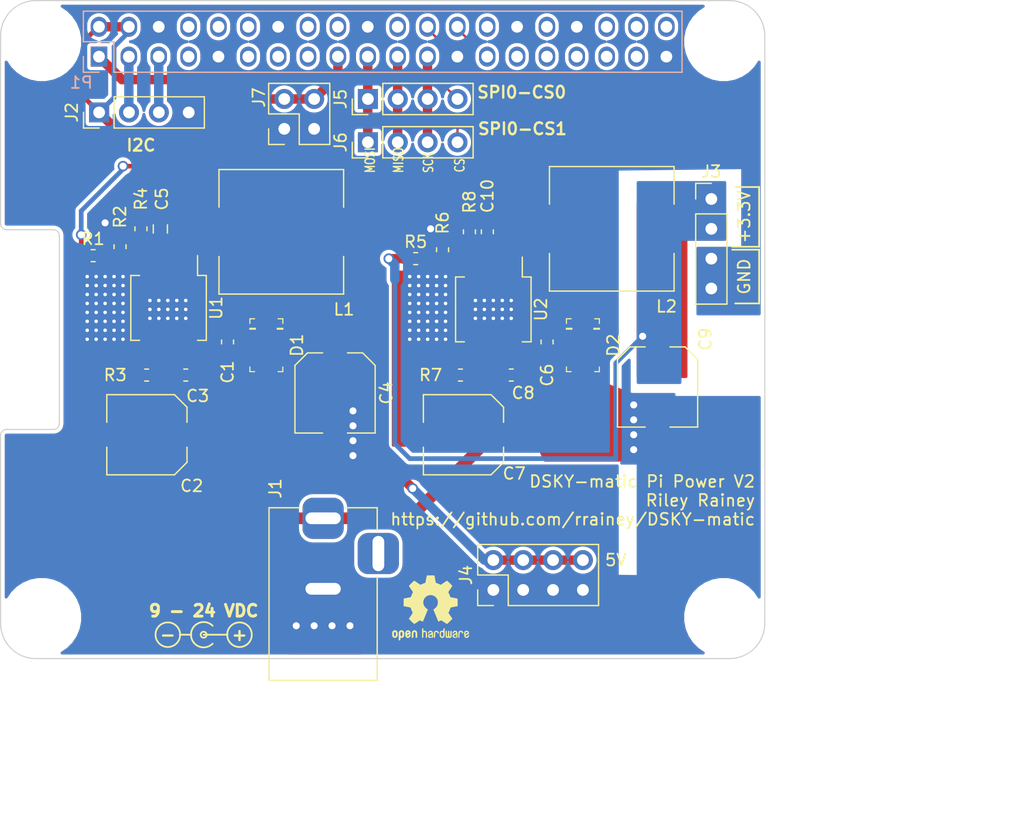
<source format=kicad_pcb>
(kicad_pcb (version 20171130) (host pcbnew "(5.1.6-0-10_14)")
  (title_block (date 2021-10-09) (rev V2))
  (layers (0 F.Cu signal hide) (31 B.Cu signal hide) (34 B.Paste user) (35 F.Paste user) (36 B.SilkS user) (37 F.SilkS user) (38 B.Mask user) (39 F.Mask user) (44 Edge.Cuts user))
  (net 0 "")
  (net 1 +3V3)
  (net 2 +5V)
  (net 3 GND)
  (net 4 "/GPIO2(SDA1)")
  (net 5 "/GPIO3(SCL1)")
  (net 6 "/GPIO10(SPI0_MOSI)")
  (net 7 "/GPIO9(SPI0_MISO)")
  (net 8 "/GPIO11(SPI0_SCK)")
  (net 9 "Net-(C1-Pad1)")
  (net 10 /SPI0_CE_0)
  (net 11 /SPI0_CE_1)
  (net 12 /+3.3V_SUPP)
  (net 13 "Net-(C1-Pad2)")
  (net 14 "Net-(C2-Pad1)")
  (net 15 "Net-(C5-Pad2)")
  (net 16 "Net-(C5-Pad1)")
  (net 17 "Net-(C6-Pad2)")
  (net 18 "Net-(C6-Pad1)")
  (net 19 "Net-(C10-Pad2)")
  (net 20 "Net-(C10-Pad1)")
  (net 21 "Net-(R1-Pad2)")
  (net 22 "Net-(R3-Pad1)")
  (net 23 "Net-(R5-Pad2)")
  (net 24 "Net-(R7-Pad1)")
  (module Connectors:BARREL_JACK (layer F.Cu) (at 227.432 138.062 90)
    (fp_text reference J1 (at 2.54 -4.064 270) (layer F.SilkS))
    (fp_text value Barrel_Jack_Switch)
    (pad 3 thru_hole roundrect (at -3 4.7 90) (size 3.5 3.5) (drill oval 3 1) (layers *.Cu *.Mask))
    (pad 2 thru_hole roundrect (at -6 0 90) (size 3.5 3.5) (drill oval 1 3) (layers *.Cu *.Mask) (net 3 GND))
    (pad 1 thru_hole roundrect (at 0 0 90) (size 3.5 3.5) (drill oval 1 3) (layers *.Cu *.Mask) (net 14 "Net-(C2-Pad1)"))
  )
  (module Symbol:OSHW-Logo2_7.3x6mm_SilkScreen (layer F.Cu) (at 236.576 145.682)
    (fp_text reference REF** hide)
    (fp_text value OSHW-Logo2_7.3x6mm_SilkScreen hide)
  )
  (module Connector_PinHeader_2.54mm:PinHeader_1x04_P2.54mm_Vertical (layer F.Cu) (at 260.452 110.884)
    (fp_text reference J3 (at 0 -2.33) (layer F.SilkS))
    (fp_text value Conn_01x04)
    (pad 4 thru_hole oval (at 0 7.62) (size 1.7 1.7) (drill 1) (layers *.Cu *.Mask) (net 3 GND))
    (pad 3 thru_hole oval (at 0 5.08) (size 1.7 1.7) (drill 1) (layers *.Cu *.Mask) (net 3 GND))
    (pad 2 thru_hole oval (at 0 2.54) (size 1.7 1.7) (drill 1) (layers *.Cu *.Mask) (net 12 /+3.3V_SUPP))
    (pad 1 thru_hole rect (at 0 0) (size 1.7 1.7) (drill 1) (layers *.Cu *.Mask) (net 12 /+3.3V_SUPP))
  )
  (module Connector_PinHeader_2.54mm:PinHeader_1x04_P2.54mm_Vertical (layer F.Cu) (at 208.382 103.518 90)
    (fp_text reference J2 (at 0 -2.33 90) (layer F.SilkS))
    (fp_text value Conn_01x04)
    (pad 4 thru_hole oval (at 0 7.62 90) (size 1.7 1.7) (drill 1) (layers *.Cu *.Mask) (net 3 GND))
    (pad 3 thru_hole oval (at 0 5.08 90) (size 1.7 1.7) (drill 1) (layers *.Cu *.Mask) (net 5 "/GPIO3(SCL1)"))
    (pad 2 thru_hole oval (at 0 2.54 90) (size 1.7 1.7) (drill 1) (layers *.Cu *.Mask) (net 4 "/GPIO2(SDA1)"))
    (pad 1 thru_hole rect (at 0 0 90) (size 1.7 1.7) (drill 1) (layers *.Cu *.Mask) (net 2 +5V))
  )
  (module Resistor_SMD:R_0603_1608Metric (layer F.Cu) (at 239.878 113.678 270)
    (fp_text reference R8 (at -2.54 0 90) (layer F.SilkS))
    (fp_text value 68.1k)
    (pad 2 smd roundrect (at 0.7875 0 270) (size 0.875 0.95) (layers F.Cu F.Paste F.Mask) (net 3 GND))
    (pad 1 smd roundrect (at -0.7875 0 270) (size 0.875 0.95) (layers F.Cu F.Paste F.Mask) (net 19 "Net-(C10-Pad2)"))
  )
  (module Capacitor_SMD:C_0603_1608Metric (layer F.Cu) (at 241.402 113.678 90)
    (fp_text reference C10 (at 3.048 0 90) (layer F.SilkS))
    (fp_text value 220pF)
    (pad 2 smd roundrect (at 0.7875 0 90) (size 0.875 0.95) (layers F.Cu F.Paste F.Mask) (net 19 "Net-(C10-Pad2)"))
    (pad 1 smd roundrect (at -0.7875 0 90) (size 0.875 0.95) (layers F.Cu F.Paste F.Mask) (net 20 "Net-(C10-Pad1)"))
  )
  (module Package_SO:SO-8_5.3x6.2mm_P1.27mm (layer F.Cu) (at 241.91 120.282 270)
    (fp_text reference U2 (at 0 -4.05 90) (layer F.SilkS))
    (fp_text value MP1584)
    (pad 8 smd roundrect (at 3.5 -1.905 270) (size 1.9 0.6) (layers F.Cu F.Paste F.Mask) (net 17 "Net-(C6-Pad2)"))
    (pad 7 smd roundrect (at 3.5 -0.635 270) (size 1.9 0.6) (layers F.Cu F.Paste F.Mask) (net 14 "Net-(C2-Pad1)"))
    (pad 6 smd roundrect (at 3.5 0.635 270) (size 1.9 0.6) (layers F.Cu F.Paste F.Mask) (net 24 "Net-(R7-Pad1)"))
    (pad 5 smd roundrect (at 3.5 1.905 270) (size 1.9 0.6) (layers F.Cu F.Paste F.Mask) (net 3 GND))
    (pad 4 smd roundrect (at -3.5 1.905 270) (size 1.9 0.6) (layers F.Cu F.Paste F.Mask) (net 23 "Net-(R5-Pad2)"))
    (pad 3 smd roundrect (at -3.5 0.635 270) (size 1.9 0.6) (layers F.Cu F.Paste F.Mask) (net 20 "Net-(C10-Pad1)"))
    (pad 2 smd roundrect (at -3.5 -0.635 270) (size 1.9 0.6) (layers F.Cu F.Paste F.Mask))
    (pad 1 smd roundrect (at -3.5 -1.905 270) (size 1.9 0.6) (layers F.Cu F.Paste F.Mask) (net 18 "Net-(C6-Pad1)"))
  )
  (module Package_SO:SO-8_5.3x6.2mm_P1.27mm (layer F.Cu) (at 214.2875 120.155 270)
    (fp_text reference U1 (at 0 -4.05 90) (layer F.SilkS))
    (fp_text value MP1584)
    (pad 8 smd roundrect (at 3.5 -1.905 270) (size 1.9 0.6) (layers F.Cu F.Paste F.Mask) (net 13 "Net-(C1-Pad2)"))
    (pad 7 smd roundrect (at 3.5 -0.635 270) (size 1.9 0.6) (layers F.Cu F.Paste F.Mask) (net 14 "Net-(C2-Pad1)"))
    (pad 6 smd roundrect (at 3.5 0.635 270) (size 1.9 0.6) (layers F.Cu F.Paste F.Mask) (net 22 "Net-(R3-Pad1)"))
    (pad 5 smd roundrect (at 3.5 1.905 270) (size 1.9 0.6) (layers F.Cu F.Paste F.Mask) (net 3 GND))
    (pad 4 smd roundrect (at -3.5 1.905 270) (size 1.9 0.6) (layers F.Cu F.Paste F.Mask) (net 21 "Net-(R1-Pad2)"))
    (pad 3 smd roundrect (at -3.5 0.635 270) (size 1.9 0.6) (layers F.Cu F.Paste F.Mask) (net 16 "Net-(C5-Pad1)"))
    (pad 2 smd roundrect (at -3.5 -0.635 270) (size 1.9 0.6) (layers F.Cu F.Paste F.Mask))
    (pad 1 smd roundrect (at -3.5 -1.905 270) (size 1.9 0.6) (layers F.Cu F.Paste F.Mask) (net 9 "Net-(C1-Pad1)"))
  )
  (module Resistor_SMD:R_0603_1608Metric (layer F.Cu) (at 235.306 115.964)
    (fp_text reference R5 (at 0 -1.43) (layer F.SilkS))
    (fp_text value 124K)
    (pad 2 smd roundrect (at 0.7875 0) (size 0.875 0.95) (layers F.Cu F.Paste F.Mask) (net 23 "Net-(R5-Pad2)"))
    (pad 1 smd roundrect (at -0.7875 0) (size 0.875 0.95) (layers F.Cu F.Paste F.Mask) (net 12 /+3.3V_SUPP))
  )
  (module Resistor_SMD:R_0603_1608Metric (layer F.Cu) (at 237.592 115.202 90)
    (fp_text reference R6 (at 2.286 0 90) (layer F.SilkS))
    (fp_text value 40.2k)
    (pad 2 smd roundrect (at 0.7875 0 90) (size 0.875 0.95) (layers F.Cu F.Paste F.Mask) (net 3 GND))
    (pad 1 smd roundrect (at -0.7875 0 90) (size 0.875 0.95) (layers F.Cu F.Paste F.Mask) (net 23 "Net-(R5-Pad2)"))
  )
  (module Resistor_SMD:R_0603_1608Metric (layer F.Cu) (at 239.116 125.87 180)
    (fp_text reference R7 (at 2.54 0) (layer F.SilkS))
    (fp_text value 200k)
    (pad 2 smd roundrect (at 0.7875 0 180) (size 0.875 0.95) (layers F.Cu F.Paste F.Mask) (net 3 GND))
    (pad 1 smd roundrect (at -0.7875 0 180) (size 0.875 0.95) (layers F.Cu F.Paste F.Mask) (net 24 "Net-(R7-Pad1)"))
  )
  (module Resistor_SMD:R_0603_1608Metric (layer F.Cu) (at 207.874 115.71)
    (fp_text reference R1 (at 0 -1.43) (layer F.SilkS))
    (fp_text value 210k)
    (pad 2 smd roundrect (at 0.7875 0) (size 0.875 0.95) (layers F.Cu F.Paste F.Mask) (net 21 "Net-(R1-Pad2)"))
    (pad 1 smd roundrect (at -0.7875 0) (size 0.875 0.95) (layers F.Cu F.Paste F.Mask) (net 2 +5V))
  )
  (module Resistor_SMD:R_0603_1608Metric (layer F.Cu) (at 211.938 113.424 270)
    (fp_text reference R4 (at -2.54 0 90) (layer F.SilkS))
    (fp_text value 100k)
    (pad 2 smd roundrect (at 0.7875 0 270) (size 0.875 0.95) (layers F.Cu F.Paste F.Mask) (net 3 GND))
    (pad 1 smd roundrect (at -0.7875 0 270) (size 0.875 0.95) (layers F.Cu F.Paste F.Mask) (net 15 "Net-(C5-Pad2)"))
  )
  (module Resistor_SMD:R_0603_1608Metric (layer F.Cu) (at 210.16 114.948 90)
    (fp_text reference R2 (at 2.54 0 90) (layer F.SilkS))
    (fp_text value 40.2k)
    (pad 2 smd roundrect (at 0.7875 0 90) (size 0.875 0.95) (layers F.Cu F.Paste F.Mask) (net 3 GND))
    (pad 1 smd roundrect (at -0.7875 0 90) (size 0.875 0.95) (layers F.Cu F.Paste F.Mask) (net 21 "Net-(R1-Pad2)"))
  )
  (module Resistor_SMD:R_0603_1608Metric (layer F.Cu) (at 212.4205 125.87 180)
    (fp_text reference R3 (at 2.667 0) (layer F.SilkS))
    (fp_text value 100k)
    (pad 2 smd roundrect (at 0.7875 0 180) (size 0.875 0.95) (layers F.Cu F.Paste F.Mask) (net 3 GND))
    (pad 1 smd roundrect (at -0.7875 0 180) (size 0.875 0.95) (layers F.Cu F.Paste F.Mask) (net 22 "Net-(R3-Pad1)"))
  )
  (module Inductor_SMD:L_10.4x10.4_H4.8 (layer F.Cu) (at 251.984 113.424 180)
    (fp_text reference L2 (at -4.658 -6.604) (layer F.SilkS))
    (fp_text value 10uH)
    (pad 2 smd rect (at 4.15 0 180) (size 2.7 3.6) (layers F.Cu F.Paste F.Mask) (net 18 "Net-(C6-Pad1)"))
    (pad 1 smd rect (at -4.15 0 180) (size 2.7 3.6) (layers F.Cu F.Paste F.Mask) (net 12 /+3.3V_SUPP))
  )
  (module Inductor_SMD:L_10.4x10.4_H4.8 (layer F.Cu) (at 223.876 113.678 180)
    (fp_text reference L1 (at -5.334 -6.604) (layer F.SilkS))
    (fp_text value 22uH)
    (pad 2 smd rect (at 4.15 0 180) (size 2.7 3.6) (layers F.Cu F.Paste F.Mask) (net 9 "Net-(C1-Pad1)"))
    (pad 1 smd rect (at -4.15 0 180) (size 2.7 3.6) (layers F.Cu F.Paste F.Mask) (net 2 +5V))
  )
  (module digikey-footprints:DO-214AC (layer F.Cu) (at 249.53 123.33 270)
    (fp_text reference D2 (at 0 -2.6 90) (layer F.SilkS))
    (fp_text value D_Schottky)
    (pad K smd rect (at -2 0 270) (size 2.5 1.7) (layers F.Cu F.Paste F.Mask) (net 18 "Net-(C6-Pad1)"))
    (pad A smd rect (at 2 0 270) (size 2.5 1.7) (layers F.Cu F.Paste F.Mask) (net 3 GND))
  )
  (module digikey-footprints:DO-214AC (layer F.Cu) (at 222.606 123.33 270)
    (fp_text reference D1 (at 0 -2.6 90) (layer F.SilkS))
    (fp_text value D_Schottky)
    (pad K smd rect (at -2 0 270) (size 2.5 1.7) (layers F.Cu F.Paste F.Mask) (net 9 "Net-(C1-Pad1)"))
    (pad A smd rect (at 2 0 270) (size 2.5 1.7) (layers F.Cu F.Paste F.Mask) (net 3 GND))
  )
  (module Capacitor_SMD:C_Elec_6.3x5.8 (layer F.Cu) (at 255.88 126.886 270)
    (fp_text reference C9 (at -4.064 -4.064 90) (layer F.SilkS))
    (fp_text value 22uF)
    (pad 2 smd roundrect (at 2.5375 0 270) (size 3.325 1.6) (layers F.Cu F.Paste F.Mask) (roundrect_rratio 0.15625) (net 3 GND))
    (pad 1 smd roundrect (at -2.5375 0 270) (size 3.325 1.6) (layers F.Cu F.Paste F.Mask) (roundrect_rratio 0.15625) (net 12 /+3.3V_SUPP))
  )
  (module Capacitor_SMD:C_0603_1608Metric (layer F.Cu) (at 246.482 123.0505 270)
    (fp_text reference C6 (at 2.8195 0 90) (layer F.SilkS))
    (fp_text value 100nF)
    (pad 2 smd roundrect (at 0.7875 0 270) (size 0.875 0.95) (layers F.Cu F.Paste F.Mask) (net 17 "Net-(C6-Pad2)"))
    (pad 1 smd roundrect (at -0.7875 0 270) (size 0.875 0.95) (layers F.Cu F.Paste F.Mask) (net 18 "Net-(C6-Pad1)"))
  )
  (module Capacitor_SMD:C_0603_1608Metric (layer F.Cu) (at 243.434 125.87)
    (fp_text reference C8 (at 1.016 1.524) (layer F.SilkS))
    (fp_text value 100nF)
    (pad 2 smd roundrect (at 0.7875 0) (size 0.875 0.95) (layers F.Cu F.Paste F.Mask) (net 3 GND))
    (pad 1 smd roundrect (at -0.7875 0) (size 0.875 0.95) (layers F.Cu F.Paste F.Mask) (net 14 "Net-(C2-Pad1)"))
  )
  (module Capacitor_SMD:C_Elec_6.3x5.8 (layer F.Cu) (at 239.37 130.95 180)
    (fp_text reference C7 (at -4.318 -3.302) (layer F.SilkS))
    (fp_text value 10uF)
    (pad 2 smd roundrect (at 2.5375 0 180) (size 3.325 1.6) (layers F.Cu F.Paste F.Mask) (roundrect_rratio 0.15625) (net 3 GND))
    (pad 1 smd roundrect (at -2.5375 0 180) (size 3.325 1.6) (layers F.Cu F.Paste F.Mask) (roundrect_rratio 0.15625) (net 14 "Net-(C2-Pad1)"))
  )
  (module Capacitor_SMD:C_Elec_6.3x5.8 (layer F.Cu) (at 228.448 127.394 270)
    (fp_text reference C4 (at 0 -4.35 90) (layer F.SilkS))
    (fp_text value 22uF)
    (pad 2 smd roundrect (at 2.5375 0 270) (size 3.325 1.6) (layers F.Cu F.Paste F.Mask) (roundrect_rratio 0.15625) (net 3 GND))
    (pad 1 smd roundrect (at -2.5375 0 270) (size 3.325 1.6) (layers F.Cu F.Paste F.Mask) (roundrect_rratio 0.15625) (net 2 +5V))
  )
  (module Capacitor_SMD:C_0603_1608Metric (layer F.Cu) (at 219.304 123.0505 270)
    (fp_text reference C1 (at 2.5655 0 90) (layer F.SilkS))
    (fp_text value 100nF)
    (pad 2 smd roundrect (at 0.7875 0 270) (size 0.875 0.95) (layers F.Cu F.Paste F.Mask) (net 13 "Net-(C1-Pad2)"))
    (pad 1 smd roundrect (at -0.7875 0 270) (size 0.875 0.95) (layers F.Cu F.Paste F.Mask) (net 9 "Net-(C1-Pad1)"))
  )
  (module Capacitor_SMD:C_0603_1608Metric (layer F.Cu) (at 215.748 125.87)
    (fp_text reference C3 (at 1.016 1.778) (layer F.SilkS))
    (fp_text value 100nF)
    (pad 2 smd roundrect (at 0.7875 0) (size 0.875 0.95) (layers F.Cu F.Paste F.Mask) (net 3 GND))
    (pad 1 smd roundrect (at -0.7875 0) (size 0.875 0.95) (layers F.Cu F.Paste F.Mask) (net 14 "Net-(C2-Pad1)"))
  )
  (module Capacitor_SMD:C_Elec_6.3x5.8 (layer F.Cu) (at 212.446 130.95 180)
    (fp_text reference C2 (at -3.81 -4.35) (layer F.SilkS))
    (fp_text value 10uF)
    (pad 2 smd roundrect (at 2.5375 0 180) (size 3.325 1.6) (layers F.Cu F.Paste F.Mask) (roundrect_rratio 0.15625) (net 3 GND))
    (pad 1 smd roundrect (at -2.5375 0 180) (size 3.325 1.6) (layers F.Cu F.Paste F.Mask) (roundrect_rratio 0.15625) (net 14 "Net-(C2-Pad1)"))
  )
  (module Connector_PinSocket_2.54mm:PinSocket_2x20_P2.54mm_Vertical (layer B.Cu) (at 208.37 98.77 270)
    (fp_text reference P1 (at 2.208 1.512) (layer B.SilkS) (effects (justify mirror)))
    (fp_text value Conn_02x20_Odd_Even)
    (pad 1 thru_hole rect (at 0 0 270) (size 1.7 1.4) (drill 1) (layers *.Cu *.Mask) (net 1 +3V3))
    (pad 2 thru_hole oval (at -2.54 0 270) (size 1.7 1.4) (drill 1) (layers *.Cu *.Mask) (net 2 +5V))
    (pad 3 thru_hole oval (at 0 -2.54 270) (size 1.7 1.4) (drill 1) (layers *.Cu *.Mask) (net 4 "/GPIO2(SDA1)"))
    (pad 4 thru_hole oval (at -2.54 -2.54 270) (size 1.7 1.4) (drill 1) (layers *.Cu *.Mask) (net 2 +5V))
    (pad 5 thru_hole oval (at 0 -5.08 270) (size 1.7 1.4) (drill 1) (layers *.Cu *.Mask) (net 5 "/GPIO3(SCL1)"))
    (pad 6 thru_hole oval (at -2.54 -5.08 270) (size 1.7 1.4) (drill 1) (layers *.Cu *.Mask) (net 3 GND))
    (pad 7 thru_hole oval (at 0 -7.62 270) (size 1.7 1.4) (drill 1) (layers *.Cu *.Mask))
    (pad 8 thru_hole oval (at -2.54 -7.62 270) (size 1.7 1.4) (drill 1) (layers *.Cu *.Mask))
    (pad 9 thru_hole oval (at 0 -10.16 270) (size 1.7 1.4) (drill 1) (layers *.Cu *.Mask) (net 3 GND))
    (pad 10 thru_hole oval (at -2.54 -10.16 270) (size 1.7 1.4) (drill 1) (layers *.Cu *.Mask))
    (pad 11 thru_hole oval (at 0 -12.7 270) (size 1.7 1.4) (drill 1) (layers *.Cu *.Mask))
    (pad 12 thru_hole oval (at -2.54 -12.7 270) (size 1.7 1.4) (drill 1) (layers *.Cu *.Mask))
    (pad 13 thru_hole oval (at 0 -15.24 270) (size 1.7 1.4) (drill 1) (layers *.Cu *.Mask))
    (pad 14 thru_hole oval (at -2.54 -15.24 270) (size 1.7 1.4) (drill 1) (layers *.Cu *.Mask) (net 3 GND))
    (pad 15 thru_hole oval (at 0 -17.78 270) (size 1.7 1.4) (drill 1) (layers *.Cu *.Mask))
    (pad 16 thru_hole oval (at -2.54 -17.78 270) (size 1.7 1.4) (drill 1) (layers *.Cu *.Mask))
    (pad 17 thru_hole oval (at 0 -20.32 270) (size 1.7 1.4) (drill 1) (layers *.Cu *.Mask) (net 1 +3V3))
    (pad 18 thru_hole oval (at -2.54 -20.32 270) (size 1.7 1.4) (drill 1) (layers *.Cu *.Mask))
    (pad 19 thru_hole oval (at 0 -22.86 270) (size 1.7 1.4) (drill 1) (layers *.Cu *.Mask) (net 6 "/GPIO10(SPI0_MOSI)"))
    (pad 20 thru_hole oval (at -2.54 -22.86 270) (size 1.7 1.4) (drill 1) (layers *.Cu *.Mask) (net 3 GND))
    (pad 21 thru_hole oval (at 0 -25.4 270) (size 1.7 1.4) (drill 1) (layers *.Cu *.Mask) (net 7 "/GPIO9(SPI0_MISO)"))
    (pad 22 thru_hole oval (at -2.54 -25.4 270) (size 1.7 1.4) (drill 1) (layers *.Cu *.Mask))
    (pad 23 thru_hole oval (at 0 -27.94 270) (size 1.7 1.4) (drill 1) (layers *.Cu *.Mask) (net 8 "/GPIO11(SPI0_SCK)"))
    (pad 24 thru_hole oval (at -2.54 -27.94 270) (size 1.7 1.4) (drill 1) (layers *.Cu *.Mask) (net 10 /SPI0_CE_0))
    (pad 25 thru_hole oval (at 0 -30.48 270) (size 1.7 1.4) (drill 1) (layers *.Cu *.Mask) (net 3 GND))
    (pad 26 thru_hole oval (at -2.54 -30.48 270) (size 1.7 1.4) (drill 1) (layers *.Cu *.Mask) (net 11 /SPI0_CE_1))
    (pad 27 thru_hole oval (at 0 -33.02 270) (size 1.7 1.4) (drill 1) (layers *.Cu *.Mask))
    (pad 28 thru_hole oval (at -2.54 -33.02 270) (size 1.7 1.4) (drill 1) (layers *.Cu *.Mask))
    (pad 29 thru_hole oval (at 0 -35.56 270) (size 1.7 1.4) (drill 1) (layers *.Cu *.Mask))
    (pad 30 thru_hole oval (at -2.54 -35.56 270) (size 1.7 1.4) (drill 1) (layers *.Cu *.Mask) (net 3 GND))
    (pad 31 thru_hole oval (at 0 -38.1 270) (size 1.7 1.4) (drill 1) (layers *.Cu *.Mask))
    (pad 32 thru_hole oval (at -2.54 -38.1 270) (size 1.7 1.4) (drill 1) (layers *.Cu *.Mask))
    (pad 33 thru_hole oval (at 0 -40.64 270) (size 1.7 1.4) (drill 1) (layers *.Cu *.Mask))
    (pad 34 thru_hole oval (at -2.54 -40.64 270) (size 1.7 1.4) (drill 1) (layers *.Cu *.Mask) (net 3 GND))
    (pad 35 thru_hole oval (at 0 -43.18 270) (size 1.7 1.4) (drill 1) (layers *.Cu *.Mask))
    (pad 36 thru_hole oval (at -2.54 -43.18 270) (size 1.7 1.4) (drill 1) (layers *.Cu *.Mask))
    (pad 37 thru_hole oval (at 0 -45.72 270) (size 1.7 1.4) (drill 1) (layers *.Cu *.Mask))
    (pad 38 thru_hole oval (at -2.54 -45.72 270) (size 1.7 1.4) (drill 1) (layers *.Cu *.Mask))
    (pad 39 thru_hole oval (at 0 -48.26 270) (size 1.7 1.4) (drill 1) (layers *.Cu *.Mask) (net 3 GND))
    (pad 40 thru_hole oval (at -2.54 -48.26 270) (size 1.7 1.4) (drill 1) (layers *.Cu *.Mask))
  )
  (module MountingHole:MountingHole_2.7mm_M2.5 (layer F.Cu) (at 261.5 146.5)
    (fp_text reference MK4 hide)
    (fp_text value M2.5)
    (pad 1 np_thru_hole circle (at 0 0) (size 2.7 2.7) (drill 2.7) (layers *.Cu *.Mask))
  )
  (module MountingHole:MountingHole_2.7mm_M2.5 (layer F.Cu) (at 203.5 146.5)
    (fp_text reference MK2 hide)
    (fp_text value M2.5)
    (pad 1 np_thru_hole circle (at 0 0) (size 2.7 2.7) (drill 2.7) (layers *.Cu *.Mask))
  )
  (module MountingHole:MountingHole_2.7mm_M2.5 (layer F.Cu) (at 261.5 97.5 180)
    (fp_text reference MK3 hide)
    (fp_text value M2.5)
    (pad 1 np_thru_hole circle (at 0 0 180) (size 2.7 2.7) (drill 2.7) (layers *.Cu *.Mask))
  )
  (module MountingHole:MountingHole_2.7mm_M2.5 (layer F.Cu) (at 203.5 97.5 180)
    (fp_text reference MK1 hide)
    (fp_text value M2.5)
    (pad 1 np_thru_hole circle (at 0 0 180) (size 2.7 2.7) (drill 2.7) (layers *.Cu *.Mask))
  )
  (module Capacitors_SMD:C_0603 (layer F.Cu) (at 213.589 113.436 90)
    (fp_text reference C5 (at 2.552 0.127 90) (layer F.SilkS))
    (fp_text value 150pF)
    (pad 2 smd rect (at 0.75 0 90) (size 0.8 0.75) (layers F.Cu F.Paste F.Mask) (net 15 "Net-(C5-Pad2)"))
    (pad 1 smd rect (at -0.75 0 90) (size 0.8 0.75) (layers F.Cu F.Paste F.Mask) (net 16 "Net-(C5-Pad1)"))
  )
  (module Pin_Headers:Pin_Header_Straight_2x04_Pitch2.54mm (layer F.Cu) (at 241.91 144.158 90)
    (fp_text reference J4 (at 1.27 -2.33 90) (layer F.SilkS))
    (fp_text value Conn_02x04_Odd_Even)
    (pad 8 thru_hole oval (at 2.54 7.62 90) (size 1.7 1.7) (drill 1) (layers *.Cu *.Mask) (net 2 +5V))
    (pad 7 thru_hole oval (at 0 7.62 90) (size 1.7 1.7) (drill 1) (layers *.Cu *.Mask) (net 3 GND))
    (pad 6 thru_hole oval (at 2.54 5.08 90) (size 1.7 1.7) (drill 1) (layers *.Cu *.Mask) (net 2 +5V))
    (pad 5 thru_hole oval (at 0 5.08 90) (size 1.7 1.7) (drill 1) (layers *.Cu *.Mask) (net 3 GND))
    (pad 4 thru_hole oval (at 2.54 2.54 90) (size 1.7 1.7) (drill 1) (layers *.Cu *.Mask) (net 2 +5V))
    (pad 3 thru_hole oval (at 0 2.54 90) (size 1.7 1.7) (drill 1) (layers *.Cu *.Mask) (net 3 GND))
    (pad 2 thru_hole oval (at 2.54 0 90) (size 1.7 1.7) (drill 1) (layers *.Cu *.Mask) (net 2 +5V))
    (pad 1 thru_hole rect (at 0 0 90) (size 1.7 1.7) (drill 1) (layers *.Cu *.Mask) (net 3 GND))
  )
  (module Pin_Headers:Pin_Header_Straight_1x04_Pitch2.54mm (layer F.Cu) (at 231.242 102.375 90)
    (fp_text reference J5 (at 0 -2.33 90) (layer F.SilkS))
    (fp_text value Conn_01x04)
    (pad 1 thru_hole rect (at 0 0 90) (size 1.7 1.7) (drill 1) (layers *.Cu *.Mask) (net 6 "/GPIO10(SPI0_MOSI)"))
    (pad 2 thru_hole oval (at 0 2.54 90) (size 1.7 1.7) (drill 1) (layers *.Cu *.Mask) (net 7 "/GPIO9(SPI0_MISO)"))
    (pad 3 thru_hole oval (at 0 5.08 90) (size 1.7 1.7) (drill 1) (layers *.Cu *.Mask) (net 8 "/GPIO11(SPI0_SCK)"))
    (pad 4 thru_hole oval (at 0 7.62 90) (size 1.7 1.7) (drill 1) (layers *.Cu *.Mask) (net 10 /SPI0_CE_0))
  )
  (module Pin_Headers:Pin_Header_Straight_1x04_Pitch2.54mm (layer F.Cu) (at 231.242 106.058 90)
    (fp_text reference J6 (at 0 -2.33 90) (layer F.SilkS))
    (fp_text value Conn_01x04)
    (pad 4 thru_hole oval (at 0 7.62 90) (size 1.7 1.7) (drill 1) (layers *.Cu *.Mask) (net 11 /SPI0_CE_1))
    (pad 3 thru_hole oval (at 0 5.08 90) (size 1.7 1.7) (drill 1) (layers *.Cu *.Mask) (net 8 "/GPIO11(SPI0_SCK)"))
    (pad 2 thru_hole oval (at 0 2.54 90) (size 1.7 1.7) (drill 1) (layers *.Cu *.Mask) (net 7 "/GPIO9(SPI0_MISO)"))
    (pad 1 thru_hole rect (at 0 0 90) (size 1.7 1.7) (drill 1) (layers *.Cu *.Mask) (net 6 "/GPIO10(SPI0_MOSI)"))
  )
  (module Pin_Headers:Pin_Header_Straight_2x02_Pitch2.54mm (layer F.Cu) (at 224.13 104.915 90)
    (fp_text reference J7 (at 2.667 -2.159 90) (layer F.SilkS))
    (fp_text value Conn_02x02_Odd_Even)
    (pad 4 thru_hole oval (at 2.54 2.54 90) (size 1.7 1.7) (drill 1) (layers *.Cu *.Mask) (net 1 +3V3))
    (pad 3 thru_hole oval (at 0 2.54 90) (size 1.7 1.7) (drill 1) (layers *.Cu *.Mask) (net 3 GND))
    (pad 2 thru_hole oval (at 2.54 0 90) (size 1.7 1.7) (drill 1) (layers *.Cu *.Mask) (net 1 +3V3))
    (pad 1 thru_hole rect (at 0 0 90) (size 1.7 1.7) (drill 1) (layers *.Cu *.Mask) (net 3 GND))
  )
  (gr_circle (center 217.272 147.968) (end 217.526 147.968) (layer F.SilkS) (width 0.15))
  (gr_arc (start 217.272 147.968) (end 218.033999 147.206001) (angle -270) (layer F.SilkS) (width 0.15))
  (gr_line (start 217.272 147.968) (end 219.304 147.968) (layer F.SilkS) (width 0.15))
  (gr_line (start 215.24 147.968) (end 216.224732 147.968) (layer F.SilkS) (width 0.15))
  (gr_circle (center 220.32 147.968) (end 221.336 147.714) (layer F.SilkS) (width 0.15))
  (gr_circle (center 214.224 147.968) (end 215.24 147.714) (layer F.SilkS) (width 0.15))
  (gr_text "DSKY-matic Pi Power V2\nRiley Rainey\nhttps://github.com/rrainey/DSKY-matic" (at 264.262 136.538) (layer F.SilkS) (effects (font (size 1 1)) (justify right)))
  (gr_line (start 264.516 109.868) (end 262.484 109.868) (layer F.SilkS) (width 0.15))
  (gr_line (start 264.516 114.948) (end 264.516 109.868) (layer F.SilkS) (width 0.15))
  (gr_line (start 262.23 114.948) (end 264.516 114.948) (layer F.SilkS) (width 0.15))
  (gr_line (start 264.516 119.774) (end 262.484 119.774) (layer F.SilkS) (width 0.15))
  (gr_line (start 264.516 115.202) (end 264.516 119.774) (layer F.SilkS) (width 0.15))
  (gr_line (start 262.23 115.202) (end 264.516 115.202) (layer F.SilkS) (width 0.15))
  (gr_text GND (at 263.246 117.488 90) (layer F.SilkS) (effects (font (size 1 1))))
  (gr_text +3.3V (at 263.246 112.408 90) (layer F.SilkS) (effects (font (size 1 1))))
  (gr_text 5V (at 252.324 141.618) (layer F.SilkS) (effects (font (size 1 1))))
  (gr_text I2C (at 211.938 106.312) (layer F.SilkS) (effects (font (size 1 1) (thickness 0.2))))
  (gr_text "9 - 24 VDC" (at 217.272 145.936) (layer F.SilkS) (effects (font (size 1 1) (thickness 0.25))))
  (gr_text "-      +" (at 217.272 147.968) (layer F.SilkS) (effects (font (size 1 1.05) (thickness 0.2))))
  (gr_text CS (at 239.0525 108.0265 90) (layer F.SilkS) (effects (font (size 0.8 0.6) (thickness 0.12))))
  (gr_text SCK (at 236.3855 107.7725 90) (layer F.SilkS) (effects (font (size 0.8 0.6) (thickness 0.12))))
  (gr_text MISO (at 233.8455 107.582 90) (layer F.SilkS) (effects (font (size 0.8 0.6) (thickness 0.12))))
  (gr_text MOSI (at 231.4325 107.582 90) (layer F.SilkS) (effects (font (size 0.8 0.6) (thickness 0.12))))
  (gr_text SPI0-CS1 (at 244.3865 104.915) (layer F.SilkS) (effects (font (size 1 1) (thickness 0.2))))
  (gr_text SPI0-CS0 (at 244.323 101.8035) (layer F.SilkS) (effects (font (size 1 1) (thickness 0.2))))
  (gr_arc (start 200.5 131) (end 200 131) (angle 89.9) (layer Edge.Cuts) (width 0.1))
  (gr_arc (start 204.5 130) (end 205 130) (angle 90) (layer Edge.Cuts) (width 0.1))
  (gr_arc (start 200.5 113) (end 200.5 113.5) (angle 90) (layer Edge.Cuts) (width 0.1))
  (gr_arc (start 204.5 114) (end 204.5 113.5) (angle 90) (layer Edge.Cuts) (width 0.1))
  (gr_line (start 200 97) (end 200 113) (layer Edge.Cuts) (width 0.1))
  (gr_arc (start 262 97) (end 262 94) (angle 90) (layer Edge.Cuts) (width 0.1))
  (gr_arc (start 262 147) (end 265 147) (angle 90) (layer Edge.Cuts) (width 0.1))
  (gr_arc (start 203 147) (end 203 150) (angle 90) (layer Edge.Cuts) (width 0.1))
  (gr_arc (start 203 97) (end 200 97) (angle 90) (layer Edge.Cuts) (width 0.1))
  (gr_line (start 262 94) (end 203 94) (layer Edge.Cuts) (width 0.1))
  (gr_line (start 204.5 130.5) (end 200.5 130.5) (layer Edge.Cuts) (width 0.1))
  (gr_line (start 205 114) (end 205 130) (layer Edge.Cuts) (width 0.1))
  (gr_line (start 200.5 113.5) (end 204.5 113.5) (layer Edge.Cuts) (width 0.1))
  (gr_line (start 265 147) (end 265 97) (layer Edge.Cuts) (width 0.1))
  (gr_line (start 203 150) (end 262 150) (layer Edge.Cuts) (width 0.1))
  (gr_line (start 200 131) (end 200 147) (layer Edge.Cuts) (width 0.1))
  (segment (start 210.324 100.724) (end 208.37 98.77) (width 0.8) (layer F.Cu) (net 1))
  (segment (start 228.69 100.355) (end 226.67 102.375) (width 0.8) (layer F.Cu) (net 1))
  (segment (start 228.69 98.77) (end 228.69 100.355) (width 0.8) (layer F.Cu) (net 1))
  (segment (start 224.13 102.375) (end 226.67 102.375) (width 0.8) (layer F.Cu) (net 1))
  (segment (start 219.05 100.724) (end 210.324 100.724) (width 0.8) (layer F.Cu) (net 1))
  (segment (start 220.701 102.375) (end 219.05 100.724) (width 0.8) (layer F.Cu) (net 1))
  (segment (start 224.13 102.375) (end 220.701 102.375) (width 0.8) (layer F.Cu) (net 1))
  (via (at 210.414 108.09) (size 0.9) (drill 0.6) (layers F.Cu B.Cu) (net 2))
  (segment (start 208.37 96.23) (end 210.91 96.23) (width 0.8) (layer F.Cu) (net 2))
  (segment (start 208.37 96.23) (end 208.304 96.23) (width 0.4) (layer F.Cu) (net 2))
  (segment (start 208.304 96.23) (end 207.112 97.422) (width 0.4) (layer F.Cu) (net 2))
  (segment (start 207.112 102.248) (end 208.382 103.518) (width 0.4) (layer F.Cu) (net 2))
  (segment (start 207.112 97.422) (end 207.112 102.248) (width 0.4) (layer F.Cu) (net 2))
  (segment (start 210.91 96.23) (end 210.91 96.672) (width 0.4) (layer B.Cu) (net 2))
  (segment (start 210.91 96.672) (end 209.652 97.93) (width 0.4) (layer B.Cu) (net 2))
  (segment (start 209.652 102.248) (end 208.382 103.518) (width 0.4) (layer B.Cu) (net 2))
  (segment (start 209.652 97.93) (end 209.652 102.248) (width 0.4) (layer B.Cu) (net 2))
  (segment (start 228.448 124.8565) (end 228.9585 124.8565) (width 0.8) (layer F.Cu) (net 2))
  (segment (start 228.9585 124.8565) (end 232.004 127.902) (width 0.8) (layer F.Cu) (net 2))
  (segment (start 232.004 127.902) (end 232.004 132.474) (width 0.8) (layer F.Cu) (net 2))
  (via (at 235.052 135.522) (size 0.9) (drill 0.6) (layers F.Cu B.Cu) (net 2))
  (segment (start 232.004 132.474) (end 235.052 135.522) (width 0.8) (layer F.Cu) (net 2))
  (segment (start 241.148 141.618) (end 241.91 141.618) (width 0.8) (layer B.Cu) (net 2))
  (segment (start 235.052 135.522) (end 241.148 141.618) (width 0.8) (layer B.Cu) (net 2))
  (segment (start 241.91 141.618) (end 249.53 141.618) (width 0.8) (layer F.Cu) (net 2))
  (segment (start 228.026 113.678) (end 228.026 110.716) (width 0.8) (layer F.Cu) (net 2))
  (segment (start 228.026 110.716) (end 225.4 108.09) (width 0.8) (layer F.Cu) (net 2))
  (segment (start 212.954 108.09) (end 208.382 103.518) (width 0.8) (layer F.Cu) (net 2))
  (segment (start 225.4 108.09) (end 212.954 108.09) (width 0.8) (layer F.Cu) (net 2))
  (segment (start 207.0865 115.71) (end 207.0865 115.7355) (width 0.4) (layer F.Cu) (net 2))
  (segment (start 212.954 108.09) (end 210.414 108.09) (width 0.4) (layer F.Cu) (net 2))
  (segment (start 210.414 108.09) (end 210.414 108.344) (width 0.4) (layer B.Cu) (net 2))
  (segment (start 210.414 108.344) (end 206.858 111.9) (width 0.4) (layer B.Cu) (net 2))
  (via (at 206.858 113.932) (size 0.9) (drill 0.6) (layers F.Cu B.Cu) (net 2))
  (segment (start 206.858 111.9) (end 206.858 113.932) (width 0.4) (layer B.Cu) (net 2))
  (segment (start 206.858 115.4815) (end 207.0865 115.71) (width 0.4) (layer F.Cu) (net 2))
  (segment (start 206.858 113.932) (end 206.858 115.4815) (width 0.4) (layer F.Cu) (net 2))
  (via (at 210.414 117.488) (size 0.5) (drill 0.3) (layers F.Cu B.Cu) (net 3))
  (segment (start 210.465 114.2115) (end 210.414 114.1605) (width 0.8) (layer F.Cu) (net 3))
  (segment (start 211.938 114.2115) (end 210.465 114.2115) (width 0.8) (layer F.Cu) (net 3))
  (via (at 210.414 118.25) (size 0.5) (drill 0.3) (layers F.Cu B.Cu) (net 3))
  (via (at 210.414 119.774) (size 0.5) (drill 0.3) (layers F.Cu B.Cu) (net 3))
  (via (at 210.414 119.012) (size 0.5) (drill 0.3) (layers F.Cu B.Cu) (net 3))
  (via (at 209.652 118.25) (size 0.5) (drill 0.3) (layers F.Cu B.Cu) (net 3))
  (via (at 209.652 117.488) (size 0.5) (drill 0.3) (layers F.Cu B.Cu) (net 3))
  (via (at 209.652 119.012) (size 0.5) (drill 0.3) (layers F.Cu B.Cu) (net 3))
  (via (at 209.652 119.774) (size 0.5) (drill 0.3) (layers F.Cu B.Cu) (net 3))
  (via (at 210.414 121.298) (size 0.5) (drill 0.3) (layers F.Cu B.Cu) (net 3))
  (via (at 209.652 122.06) (size 0.5) (drill 0.3) (layers F.Cu B.Cu) (net 3))
  (via (at 209.652 120.536) (size 0.5) (drill 0.3) (layers F.Cu B.Cu) (net 3))
  (via (at 209.652 121.298) (size 0.5) (drill 0.3) (layers F.Cu B.Cu) (net 3))
  (via (at 209.652 122.822) (size 0.5) (drill 0.3) (layers F.Cu B.Cu) (net 3))
  (via (at 210.414 120.536) (size 0.5) (drill 0.3) (layers F.Cu B.Cu) (net 3))
  (via (at 210.414 122.06) (size 0.5) (drill 0.3) (layers F.Cu B.Cu) (net 3))
  (via (at 210.414 122.822) (size 0.5) (drill 0.3) (layers F.Cu B.Cu) (net 3))
  (via (at 208.89 118.25) (size 0.5) (drill 0.3) (layers F.Cu B.Cu) (net 3))
  (via (at 208.128 119.012) (size 0.5) (drill 0.3) (layers F.Cu B.Cu) (net 3))
  (via (at 208.128 117.488) (size 0.5) (drill 0.3) (layers F.Cu B.Cu) (net 3))
  (via (at 208.128 118.25) (size 0.5) (drill 0.3) (layers F.Cu B.Cu) (net 3))
  (via (at 208.128 119.774) (size 0.5) (drill 0.3) (layers F.Cu B.Cu) (net 3))
  (via (at 208.89 117.488) (size 0.5) (drill 0.3) (layers F.Cu B.Cu) (net 3))
  (via (at 208.89 119.012) (size 0.5) (drill 0.3) (layers F.Cu B.Cu) (net 3))
  (via (at 208.89 119.774) (size 0.5) (drill 0.3) (layers F.Cu B.Cu) (net 3))
  (via (at 208.128 122.822) (size 0.5) (drill 0.3) (layers F.Cu B.Cu) (net 3))
  (via (at 208.89 120.536) (size 0.5) (drill 0.3) (layers F.Cu B.Cu) (net 3))
  (via (at 208.89 122.822) (size 0.5) (drill 0.3) (layers F.Cu B.Cu) (net 3))
  (via (at 208.89 122.06) (size 0.5) (drill 0.3) (layers F.Cu B.Cu) (net 3))
  (via (at 208.128 121.298) (size 0.5) (drill 0.3) (layers F.Cu B.Cu) (net 3))
  (via (at 208.89 121.298) (size 0.5) (drill 0.3) (layers F.Cu B.Cu) (net 3))
  (via (at 208.128 120.536) (size 0.5) (drill 0.3) (layers F.Cu B.Cu) (net 3))
  (via (at 208.128 122.06) (size 0.5) (drill 0.3) (layers F.Cu B.Cu) (net 3))
  (via (at 207.366 122.822) (size 0.5) (drill 0.3) (layers F.Cu B.Cu) (net 3))
  (via (at 207.366 121.298) (size 0.5) (drill 0.3) (layers F.Cu B.Cu) (net 3))
  (via (at 207.366 119.012) (size 0.5) (drill 0.3) (layers F.Cu B.Cu) (net 3))
  (via (at 207.366 118.25) (size 0.5) (drill 0.3) (layers F.Cu B.Cu) (net 3))
  (via (at 207.366 119.774) (size 0.5) (drill 0.3) (layers F.Cu B.Cu) (net 3))
  (via (at 207.366 117.488) (size 0.5) (drill 0.3) (layers F.Cu B.Cu) (net 3))
  (via (at 207.366 122.06) (size 0.5) (drill 0.3) (layers F.Cu B.Cu) (net 3))
  (via (at 207.366 120.536) (size 0.5) (drill 0.3) (layers F.Cu B.Cu) (net 3))
  (via (at 215.748 120.282) (size 0.5) (drill 0.3) (layers F.Cu B.Cu) (net 3))
  (via (at 214.224 119.52) (size 0.5) (drill 0.3) (layers F.Cu B.Cu) (net 3))
  (via (at 214.224 121.044) (size 0.5) (drill 0.3) (layers F.Cu B.Cu) (net 3))
  (via (at 213.462 121.044) (size 0.5) (drill 0.3) (layers F.Cu B.Cu) (net 3))
  (via (at 214.224 120.282) (size 0.5) (drill 0.3) (layers F.Cu B.Cu) (net 3))
  (via (at 213.462 120.282) (size 0.5) (drill 0.3) (layers F.Cu B.Cu) (net 3))
  (via (at 213.462 119.52) (size 0.5) (drill 0.3) (layers F.Cu B.Cu) (net 3))
  (via (at 214.986 121.044) (size 0.5) (drill 0.3) (layers F.Cu B.Cu) (net 3))
  (via (at 214.986 119.52) (size 0.5) (drill 0.3) (layers F.Cu B.Cu) (net 3))
  (via (at 214.986 120.282) (size 0.5) (drill 0.3) (layers F.Cu B.Cu) (net 3))
  (via (at 215.748 119.52) (size 0.5) (drill 0.3) (layers F.Cu B.Cu) (net 3))
  (via (at 215.748 121.044) (size 0.5) (drill 0.3) (layers F.Cu B.Cu) (net 3))
  (via (at 212.7 120.282) (size 0.5) (drill 0.3) (layers F.Cu B.Cu) (net 3))
  (via (at 212.7 119.52) (size 0.5) (drill 0.3) (layers F.Cu B.Cu) (net 3))
  (via (at 212.7 121.044) (size 0.5) (drill 0.3) (layers F.Cu B.Cu) (net 3))
  (via (at 243.434 120.282) (size 0.5) (drill 0.3) (layers F.Cu B.Cu) (net 3))
  (via (at 241.91 119.52) (size 0.5) (drill 0.3) (layers F.Cu B.Cu) (net 3))
  (via (at 241.91 121.044) (size 0.5) (drill 0.3) (layers F.Cu B.Cu) (net 3))
  (via (at 241.148 121.044) (size 0.5) (drill 0.3) (layers F.Cu B.Cu) (net 3))
  (via (at 241.91 120.282) (size 0.5) (drill 0.3) (layers F.Cu B.Cu) (net 3))
  (via (at 241.148 120.282) (size 0.5) (drill 0.3) (layers F.Cu B.Cu) (net 3))
  (via (at 241.148 119.52) (size 0.5) (drill 0.3) (layers F.Cu B.Cu) (net 3))
  (via (at 242.672 121.044) (size 0.5) (drill 0.3) (layers F.Cu B.Cu) (net 3))
  (via (at 242.672 119.52) (size 0.5) (drill 0.3) (layers F.Cu B.Cu) (net 3))
  (via (at 242.672 120.282) (size 0.5) (drill 0.3) (layers F.Cu B.Cu) (net 3))
  (via (at 243.434 119.52) (size 0.5) (drill 0.3) (layers F.Cu B.Cu) (net 3))
  (via (at 243.434 121.044) (size 0.5) (drill 0.3) (layers F.Cu B.Cu) (net 3))
  (via (at 240.386 120.282) (size 0.5) (drill 0.3) (layers F.Cu B.Cu) (net 3))
  (via (at 240.386 119.52) (size 0.5) (drill 0.3) (layers F.Cu B.Cu) (net 3))
  (via (at 240.386 121.044) (size 0.5) (drill 0.3) (layers F.Cu B.Cu) (net 3))
  (via (at 236.322 122.822) (size 0.5) (drill 0.3) (layers F.Cu B.Cu) (net 3))
  (via (at 235.56 122.822) (size 0.5) (drill 0.3) (layers F.Cu B.Cu) (net 3))
  (via (at 236.322 122.06) (size 0.5) (drill 0.3) (layers F.Cu B.Cu) (net 3))
  (via (at 236.322 121.298) (size 0.5) (drill 0.3) (layers F.Cu B.Cu) (net 3))
  (via (at 236.322 119.774) (size 0.5) (drill 0.3) (layers F.Cu B.Cu) (net 3))
  (via (at 237.846 118.25) (size 0.5) (drill 0.3) (layers F.Cu B.Cu) (net 3))
  (via (at 236.322 120.536) (size 0.5) (drill 0.3) (layers F.Cu B.Cu) (net 3))
  (via (at 235.56 121.298) (size 0.5) (drill 0.3) (layers F.Cu B.Cu) (net 3))
  (via (at 236.322 117.488) (size 0.5) (drill 0.3) (layers F.Cu B.Cu) (net 3))
  (via (at 236.322 119.012) (size 0.5) (drill 0.3) (layers F.Cu B.Cu) (net 3))
  (via (at 235.56 119.012) (size 0.5) (drill 0.3) (layers F.Cu B.Cu) (net 3))
  (via (at 236.322 118.25) (size 0.5) (drill 0.3) (layers F.Cu B.Cu) (net 3))
  (via (at 235.56 118.25) (size 0.5) (drill 0.3) (layers F.Cu B.Cu) (net 3))
  (via (at 235.56 119.774) (size 0.5) (drill 0.3) (layers F.Cu B.Cu) (net 3))
  (via (at 235.56 117.488) (size 0.5) (drill 0.3) (layers F.Cu B.Cu) (net 3))
  (via (at 235.56 122.06) (size 0.5) (drill 0.3) (layers F.Cu B.Cu) (net 3))
  (via (at 235.56 120.536) (size 0.5) (drill 0.3) (layers F.Cu B.Cu) (net 3))
  (via (at 237.084 119.012) (size 0.5) (drill 0.3) (layers F.Cu B.Cu) (net 3))
  (via (at 237.084 117.488) (size 0.5) (drill 0.3) (layers F.Cu B.Cu) (net 3))
  (via (at 237.084 118.25) (size 0.5) (drill 0.3) (layers F.Cu B.Cu) (net 3))
  (via (at 237.084 119.774) (size 0.5) (drill 0.3) (layers F.Cu B.Cu) (net 3))
  (via (at 237.846 117.488) (size 0.5) (drill 0.3) (layers F.Cu B.Cu) (net 3))
  (via (at 234.798 121.298) (size 0.5) (drill 0.3) (layers F.Cu B.Cu) (net 3))
  (via (at 234.798 122.06) (size 0.5) (drill 0.3) (layers F.Cu B.Cu) (net 3))
  (via (at 234.798 122.822) (size 0.5) (drill 0.3) (layers F.Cu B.Cu) (net 3))
  (via (at 237.846 119.012) (size 0.5) (drill 0.3) (layers F.Cu B.Cu) (net 3))
  (via (at 234.798 118.25) (size 0.5) (drill 0.3) (layers F.Cu B.Cu) (net 3))
  (via (at 234.798 120.536) (size 0.5) (drill 0.3) (layers F.Cu B.Cu) (net 3))
  (via (at 234.798 117.488) (size 0.5) (drill 0.3) (layers F.Cu B.Cu) (net 3))
  (via (at 234.798 119.774) (size 0.5) (drill 0.3) (layers F.Cu B.Cu) (net 3))
  (via (at 237.846 119.774) (size 0.5) (drill 0.3) (layers F.Cu B.Cu) (net 3))
  (via (at 234.798 119.012) (size 0.5) (drill 0.3) (layers F.Cu B.Cu) (net 3))
  (via (at 237.084 122.822) (size 0.5) (drill 0.3) (layers F.Cu B.Cu) (net 3))
  (via (at 237.846 120.536) (size 0.5) (drill 0.3) (layers F.Cu B.Cu) (net 3))
  (via (at 237.846 122.822) (size 0.5) (drill 0.3) (layers F.Cu B.Cu) (net 3))
  (via (at 237.846 122.06) (size 0.5) (drill 0.3) (layers F.Cu B.Cu) (net 3))
  (via (at 237.084 121.298) (size 0.5) (drill 0.3) (layers F.Cu B.Cu) (net 3))
  (via (at 237.846 121.298) (size 0.5) (drill 0.3) (layers F.Cu B.Cu) (net 3))
  (via (at 237.084 120.536) (size 0.5) (drill 0.3) (layers F.Cu B.Cu) (net 3))
  (via (at 237.084 122.06) (size 0.5) (drill 0.3) (layers F.Cu B.Cu) (net 3))
  (via (at 225.146 147.206) (size 0.9) (drill 0.6) (layers F.Cu B.Cu) (net 3))
  (via (at 226.67 147.206) (size 0.9) (drill 0.6) (layers F.Cu B.Cu) (net 3))
  (via (at 228.194 147.206) (size 0.9) (drill 0.6) (layers F.Cu B.Cu) (net 3))
  (via (at 229.718 147.206) (size 0.9) (drill 0.6) (layers F.Cu B.Cu) (net 3))
  (via (at 253.848 128.41) (size 0.9) (drill 0.6) (layers F.Cu B.Cu) (net 3))
  (via (at 253.848 129.68) (size 0.9) (drill 0.6) (layers F.Cu B.Cu) (net 3))
  (via (at 253.848 130.95) (size 0.9) (drill 0.6) (layers F.Cu B.Cu) (net 3))
  (via (at 253.848 132.22) (size 0.9) (drill 0.6) (layers F.Cu B.Cu) (net 3))
  (via (at 229.972 128.918) (size 0.9) (drill 0.6) (layers F.Cu B.Cu) (net 3))
  (via (at 229.972 130.188) (size 0.9) (drill 0.6) (layers F.Cu B.Cu) (net 3))
  (via (at 229.972 131.458) (size 0.9) (drill 0.6) (layers F.Cu B.Cu) (net 3))
  (via (at 229.972 132.728) (size 0.9) (drill 0.6) (layers F.Cu B.Cu) (net 3))
  (segment (start 241.91 144.158) (end 249.53 144.158) (width 0.8) (layer F.Cu) (net 3))
  (segment (start 228.7045 130.188) (end 228.448 129.9315) (width 0.8) (layer F.Cu) (net 3))
  (segment (start 229.972 130.188) (end 228.7045 130.188) (width 0.8) (layer F.Cu) (net 3))
  (segment (start 229.4615 128.918) (end 228.448 129.9315) (width 0.8) (layer F.Cu) (net 3))
  (segment (start 229.972 128.918) (end 229.4615 128.918) (width 0.8) (layer F.Cu) (net 3))
  (segment (start 229.972 131.4555) (end 228.448 129.9315) (width 0.8) (layer F.Cu) (net 3))
  (segment (start 229.972 131.458) (end 229.972 131.4555) (width 0.8) (layer F.Cu) (net 3))
  (segment (start 229.972 132.728) (end 229.972 128.918) (width 0.8) (layer F.Cu) (net 3))
  (via (at 208.89 112.916) (size 0.9) (drill 0.6) (layers F.Cu B.Cu) (net 3))
  (segment (start 210.1345 114.1605) (end 208.89 112.916) (width 0.8) (layer F.Cu) (net 3))
  (segment (start 210.16 114.1605) (end 210.1345 114.1605) (width 0.8) (layer F.Cu) (net 3))
  (segment (start 237.643 114.4655) (end 237.592 114.4145) (width 0.8) (layer F.Cu) (net 3))
  (segment (start 239.878 114.4655) (end 237.643 114.4655) (width 0.8) (layer F.Cu) (net 3))
  (via (at 236.576 113.424) (size 0.9) (drill 0.6) (layers F.Cu B.Cu) (net 3))
  (segment (start 237.5665 114.4145) (end 236.576 113.424) (width 0.8) (layer F.Cu) (net 3))
  (segment (start 237.592 114.4145) (end 237.5665 114.4145) (width 0.8) (layer F.Cu) (net 3))
  (segment (start 227.432 146.952) (end 227.178 147.206) (width 0.8) (layer F.Cu) (net 3))
  (segment (start 227.432 144.062) (end 227.432 146.952) (width 0.8) (layer F.Cu) (net 3))
  (segment (start 227.178 147.206) (end 229.718 147.206) (width 0.8) (layer F.Cu) (net 3))
  (segment (start 225.146 147.206) (end 227.178 147.206) (width 0.8) (layer F.Cu) (net 3))
  (segment (start 210.91 103.506) (end 210.922 103.518) (width 0.8) (layer B.Cu) (net 4))
  (segment (start 210.91 98.77) (end 210.91 103.506) (width 0.8) (layer B.Cu) (net 4))
  (segment (start 213.45 103.506) (end 213.462 103.518) (width 0.8) (layer B.Cu) (net 5))
  (segment (start 213.45 98.77) (end 213.45 103.506) (width 0.8) (layer B.Cu) (net 5))
  (segment (start 231.23 104.903) (end 231.242 104.915) (width 0.8) (layer F.Cu) (net 6))
  (segment (start 231.23 98.77) (end 231.23 104.903) (width 0.8) (layer F.Cu) (net 6))
  (segment (start 231.23 106.046) (end 231.242 106.058) (width 0.8) (layer F.Cu) (net 6))
  (segment (start 231.23 104.903) (end 231.23 106.046) (width 0.8) (layer F.Cu) (net 6))
  (segment (start 233.77 104.903) (end 233.782 104.915) (width 0.8) (layer F.Cu) (net 7))
  (segment (start 233.77 98.77) (end 233.77 104.903) (width 0.8) (layer F.Cu) (net 7))
  (segment (start 233.77 106.046) (end 233.782 106.058) (width 0.8) (layer F.Cu) (net 7))
  (segment (start 233.77 104.903) (end 233.77 106.046) (width 0.8) (layer F.Cu) (net 7))
  (segment (start 236.31 104.903) (end 236.322 104.915) (width 0.8) (layer F.Cu) (net 8))
  (segment (start 236.31 98.77) (end 236.31 104.903) (width 0.8) (layer F.Cu) (net 8))
  (segment (start 236.31 106.046) (end 236.322 106.058) (width 0.8) (layer F.Cu) (net 8))
  (segment (start 236.31 104.903) (end 236.31 106.046) (width 0.8) (layer F.Cu) (net 8))
  (segment (start 236.31 96.23) (end 236.31 96.394) (width 0.2) (layer F.Cu) (net 10))
  (segment (start 236.31 96.394) (end 237.592 97.676) (width 0.2) (layer F.Cu) (net 10))
  (segment (start 237.592 101.105) (end 238.862 102.375) (width 0.2) (layer F.Cu) (net 10))
  (segment (start 237.592 97.676) (end 237.592 101.105) (width 0.2) (layer F.Cu) (net 10))
  (segment (start 238.85 96.23) (end 238.85 96.394) (width 0.2) (layer F.Cu) (net 11))
  (segment (start 238.85 96.394) (end 240.132 97.676) (width 0.2) (layer F.Cu) (net 11))
  (segment (start 240.132 103.645) (end 238.862 104.915) (width 0.2) (layer F.Cu) (net 11))
  (segment (start 240.132 97.676) (end 240.132 103.645) (width 0.2) (layer F.Cu) (net 11))
  (segment (start 238.862 104.915) (end 238.862 106.058) (width 0.2) (layer F.Cu) (net 11))
  (via (at 254.61 122.568) (size 0.9) (drill 0.6) (layers F.Cu B.Cu) (net 12))
  (segment (start 254.61 122.568) (end 252.324 124.854) (width 0.4) (layer B.Cu) (net 12))
  (segment (start 252.324 124.854) (end 252.324 132.982) (width 0.4) (layer B.Cu) (net 12))
  (segment (start 252.324 132.982) (end 234.798 132.982) (width 0.4) (layer B.Cu) (net 12))
  (segment (start 234.798 132.982) (end 233.528 131.712) (width 0.4) (layer B.Cu) (net 12))
  (segment (start 233.528 131.712) (end 233.528 117.742) (width 0.4) (layer B.Cu) (net 12))
  (segment (start 234.5185 115.964) (end 233.02 115.964) (width 0.8) (layer F.Cu) (net 12))
  (via (at 233.02 115.964) (size 0.9) (drill 0.6) (layers F.Cu B.Cu) (net 12))
  (segment (start 233.528 116.472) (end 233.02 115.964) (width 0.8) (layer B.Cu) (net 12))
  (segment (start 233.528 117.742) (end 233.528 116.472) (width 0.8) (layer B.Cu) (net 12))
  (segment (start 219.121 123.655) (end 219.304 123.838) (width 0.8) (layer F.Cu) (net 13))
  (segment (start 216.1925 123.655) (end 219.121 123.655) (width 0.8) (layer F.Cu) (net 13))
  (segment (start 234.7955 138.062) (end 241.9075 130.95) (width 1) (layer F.Cu) (net 14))
  (segment (start 227.432 138.062) (end 234.7955 138.062) (width 1) (layer F.Cu) (net 14))
  (segment (start 222.0955 138.062) (end 214.9835 130.95) (width 1) (layer F.Cu) (net 14))
  (segment (start 227.432 138.062) (end 222.0955 138.062) (width 1) (layer F.Cu) (net 14))
  (segment (start 242.545 125.7685) (end 242.6465 125.87) (width 0.8) (layer F.Cu) (net 14))
  (segment (start 242.545 123.782) (end 242.545 125.7685) (width 0.8) (layer F.Cu) (net 14))
  (segment (start 242.6465 130.211) (end 241.9075 130.95) (width 0.8) (layer F.Cu) (net 14))
  (segment (start 242.6465 125.87) (end 242.6465 130.211) (width 0.8) (layer F.Cu) (net 14))
  (segment (start 214.9225 125.832) (end 214.9605 125.87) (width 0.8) (layer F.Cu) (net 14))
  (segment (start 214.9225 123.655) (end 214.9225 125.832) (width 0.8) (layer F.Cu) (net 14))
  (segment (start 214.9605 130.927) (end 214.9835 130.95) (width 0.8) (layer F.Cu) (net 14))
  (segment (start 214.9605 125.87) (end 214.9605 130.927) (width 0.8) (layer F.Cu) (net 14))
  (segment (start 211.9875 112.686) (end 211.938 112.6365) (width 0.8) (layer F.Cu) (net 15))
  (segment (start 213.589 112.686) (end 211.9875 112.686) (width 0.8) (layer F.Cu) (net 15))
  (segment (start 213.6525 114.2495) (end 213.589 114.186) (width 0.8) (layer F.Cu) (net 16))
  (segment (start 213.6525 116.655) (end 213.6525 114.2495) (width 0.8) (layer F.Cu) (net 16))
  (segment (start 246.426 123.782) (end 246.482 123.838) (width 0.8) (layer F.Cu) (net 17))
  (segment (start 243.815 123.782) (end 246.426 123.782) (width 0.8) (layer F.Cu) (net 17))
  (segment (start 244.476 116.782) (end 247.834 113.424) (width 0.8) (layer F.Cu) (net 18))
  (segment (start 243.815 116.782) (end 244.476 116.782) (width 0.8) (layer F.Cu) (net 18))
  (segment (start 241.402 112.8905) (end 239.878 112.8905) (width 0.8) (layer F.Cu) (net 19))
  (segment (start 241.402 116.655) (end 241.275 116.782) (width 0.8) (layer F.Cu) (net 20))
  (segment (start 241.402 114.4655) (end 241.402 116.655) (width 0.8) (layer F.Cu) (net 20))
  (segment (start 211.3335 116.655) (end 210.414 115.7355) (width 0.8) (layer F.Cu) (net 21))
  (segment (start 212.3825 116.655) (end 211.3335 116.655) (width 0.8) (layer F.Cu) (net 21))
  (segment (start 208.941 115.7355) (end 208.9155 115.71) (width 0.8) (layer F.Cu) (net 21))
  (segment (start 210.414 115.7355) (end 208.941 115.7355) (width 0.8) (layer F.Cu) (net 21))
  (segment (start 213.6525 125.4255) (end 213.208 125.87) (width 0.8) (layer F.Cu) (net 22))
  (segment (start 213.6525 123.655) (end 213.6525 125.4255) (width 0.8) (layer F.Cu) (net 22))
  (segment (start 236.881 115.9895) (end 236.8555 115.964) (width 0.8) (layer F.Cu) (net 23))
  (segment (start 238.354 115.9895) (end 236.881 115.9895) (width 0.8) (layer F.Cu) (net 23))
  (segment (start 239.1465 116.782) (end 238.354 115.9895) (width 0.8) (layer F.Cu) (net 23))
  (segment (start 240.005 116.782) (end 239.1465 116.782) (width 0.8) (layer F.Cu) (net 23))
  (segment (start 236.119 115.9895) (end 236.0935 115.964) (width 0.8) (layer F.Cu) (net 23))
  (segment (start 236.881 115.9895) (end 236.119 115.9895) (width 0.8) (layer F.Cu) (net 23))
  (segment (start 241.275 123.782) (end 241.275 124.981) (width 0.8) (layer F.Cu) (net 24))
  (segment (start 241.275 124.981) (end 240.64 125.616) (width 0.8) (layer F.Cu) (net 24))
  (segment (start 240.1575 125.616) (end 239.9035 125.87) (width 0.8) (layer F.Cu) (net 24))
  (segment (start 240.64 125.616) (end 240.1575 125.616) (width 0.8) (layer F.Cu) (net 24))
  (zone (net 12) (net_name /+3.3V_SUPP) (layer B.Cu) (connect_pads yes (clearance 0.3)) (min_thickness 0.254) (fill yes (arc_segments 32) (thermal_gap 0.508) (thermal_bridge_width 0.508))
    (polygon (pts (xy 261.722 114.44) (xy 257.912 114.44) (xy 257.912 126.632) (xy 254.102 126.632) (xy 254.102 109.36) (xy 261.722 109.36)))
  )
  (zone (net 18) (net_name "Net-(C6-Pad1)") (layer F.Cu) (connect_pads yes (clearance 0.3)) (min_thickness 0.254) (fill yes (arc_segments 32) (thermal_gap 0.508) (thermal_bridge_width 0.508))
    (polygon (pts (xy 251.054 123.076) (xy 245.72 123.076) (xy 245.72 116.726) (xy 243.688 116.726) (xy 243.688 111.392) (xy 251.054 111.392)))
  )
  (zone (net 9) (net_name "Net-(C1-Pad1)") (layer F.Cu) (connect_pads yes (clearance 0.3)) (min_thickness 0.254) (fill yes (arc_segments 32) (thermal_gap 0.508) (thermal_bridge_width 0.508))
    (polygon (pts (xy 223.622 122.822) (xy 218.542 122.822) (xy 218.542 117.488) (xy 216.002 117.488) (xy 216.002 111.392) (xy 223.876 111.392)))
  )
  (zone (net 2) (net_name +5V) (layer F.Cu) (connect_pads yes (clearance 0.3)) (min_thickness 0.254) (fill yes (arc_segments 32) (thermal_gap 0.508) (thermal_bridge_width 0.508))
    (polygon (pts (xy 230.48 126.632) (xy 226.162 126.632) (xy 226.162 111.392) (xy 230.48 111.392)))
  )
  (zone (net 3) (net_name GND) (layer B.Cu) (connect_pads yes (clearance 0.3)) (min_thickness 0.254) (fill yes (arc_segments 32) (thermal_gap 0.508) (thermal_bridge_width 0.508))
    (polygon (pts (xy 265.024 120.79) (xy 259.182 120.79) (xy 259.182 114.948) (xy 262.992 114.948) (xy 262.992 108.344) (xy 252.578 108.46947) (xy 252.578 123.838) (xy 253.594 123.838) (xy 253.594 127.394) (xy 257.404 127.394) (xy 257.404 127.648) (xy 265.278 127.648) (xy 265.278 150.254) (xy 252.578 150.254) (xy 252.578 150.762) (xy 199.238 150.762) (xy 199.238 106.312) (xy 199.746 106.312) (xy 199.746 93.866) (xy 265.024 93.866)))
    (polygon (pts (xy 252.578 133.49) (xy 252.578 142.867947) (xy 254.102 142.888) (xy 254.102 133.49)))
  )
  (zone (net 12) (net_name /+3.3V_SUPP) (layer F.Cu) (connect_pads yes (clearance 0.3)) (min_thickness 0.254) (fill yes (arc_segments 32) (thermal_gap 0.508) (thermal_bridge_width 0.508))
    (polygon (pts (xy 258.42 112.662) (xy 261.722 112.662) (xy 261.722 114.44) (xy 258.42 114.44) (xy 258.42 126.124) (xy 254.102 126.124) (xy 254.102 111.138) (xy 258.42 111.138)))
  )
  (zone (net 3) (net_name GND) (layer F.Cu) (connect_pads yes (clearance 0.3)) (min_thickness 0.254) (fill yes (arc_segments 32) (thermal_gap 0.508) (thermal_bridge_width 0.508))
    (polygon (pts (xy 224.638 127.394) (xy 230.226 127.394) (xy 231.242 128.41) (xy 231.242 134.506) (xy 221.59 134.506) (xy 216.002 127.394) (xy 216.002 125.108) (xy 220.574 125.108) (xy 220.574 123.33) (xy 224.638 123.33)))
  )
  (zone (net 3) (net_name GND) (layer F.Cu) (connect_pads yes (clearance 0.3)) (min_thickness 0.254) (fill yes (arc_segments 32) (thermal_gap 0.508) (thermal_bridge_width 0.508))
    (polygon (pts (xy 251.054 126.378) (xy 254.356 127.648) (xy 257.404 127.648) (xy 257.404 133.236) (xy 246.228 133.236) (xy 243.688 127.902) (xy 243.688 125.108) (xy 248.006 125.108) (xy 248.006 123.838) (xy 251.054 123.838)))
  )
  (zone (net 3) (net_name GND) (layer F.Cu) (connect_pads yes (clearance 0.3)) (min_thickness 0.254) (fill yes (arc_segments 32) (thermal_gap 0.508) (thermal_bridge_width 0.508))
    (polygon (pts (xy 239.116 118.504) (xy 244.45 118.504) (xy 244.45 121.806) (xy 240.64 121.806) (xy 240.64 124.346) (xy 240.386 124.854) (xy 238.862 124.854) (xy 238.862 131.966) (xy 233.274 131.966) (xy 233.274 116.98) (xy 238.1 116.98)))
  )
  (zone (net 3) (net_name GND) (layer F.Cu) (connect_pads yes (clearance 0.3)) (min_thickness 0.254) (fill yes (arc_segments 32) (thermal_gap 0.508) (thermal_bridge_width 0.508))
    (polygon (pts (xy 211.684 118.504) (xy 216.764 118.504) (xy 216.764 121.806) (xy 212.954 121.806) (xy 212.954 124.854) (xy 212.446 125.108) (xy 212.446 134.76) (xy 205.334 134.76) (xy 205.334 116.726) (xy 210.414 116.726)))
  )
  (zone (net 3) (net_name GND) (layer F.Cu) (connect_pads yes (clearance 0.3)) (min_thickness 0.254) (fill yes (arc_segments 32) (thermal_gap 0.508) (thermal_bridge_width 0.508))
    (polygon (pts (xy 229.718 146.19) (xy 230.734 146.698) (xy 230.734 152.794) (xy 224.384 152.794) (xy 224.384 142.126) (xy 229.718 142.126)))
  )
)
</source>
